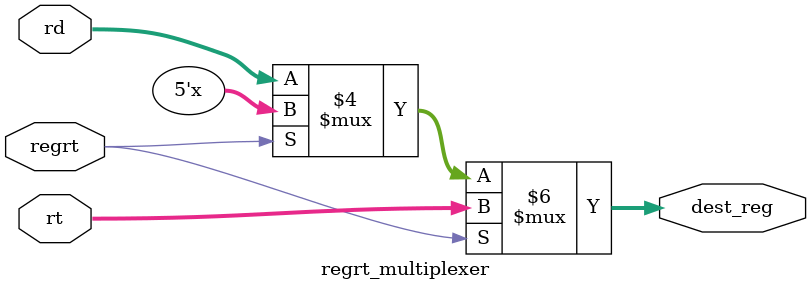
<source format=v>
`timescale 1ns / 1ps


module regrt_multiplexer(
    input [4:0] rt,
    input [4:0] rd,
    input regrt,
    output reg [4:0] dest_reg
    );
    always @(*) begin
        if (regrt == 0) begin
            dest_reg <= rd;
        end
        if (regrt == 1) begin
            dest_reg <= rt;
        end
    end
endmodule

</source>
